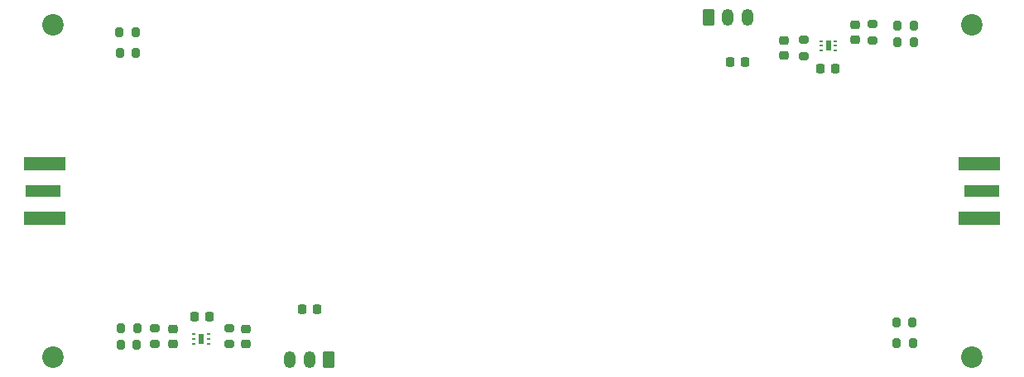
<source format=gbr>
%TF.GenerationSoftware,KiCad,Pcbnew,(6.0.1)*%
%TF.CreationDate,2022-02-11T17:03:31+00:00*%
%TF.ProjectId,Coupler,436f7570-6c65-4722-9e6b-696361645f70,rev?*%
%TF.SameCoordinates,Original*%
%TF.FileFunction,Soldermask,Top*%
%TF.FilePolarity,Negative*%
%FSLAX46Y46*%
G04 Gerber Fmt 4.6, Leading zero omitted, Abs format (unit mm)*
G04 Created by KiCad (PCBNEW (6.0.1)) date 2022-02-11 17:03:31*
%MOMM*%
%LPD*%
G01*
G04 APERTURE LIST*
G04 Aperture macros list*
%AMRoundRect*
0 Rectangle with rounded corners*
0 $1 Rounding radius*
0 $2 $3 $4 $5 $6 $7 $8 $9 X,Y pos of 4 corners*
0 Add a 4 corners polygon primitive as box body*
4,1,4,$2,$3,$4,$5,$6,$7,$8,$9,$2,$3,0*
0 Add four circle primitives for the rounded corners*
1,1,$1+$1,$2,$3*
1,1,$1+$1,$4,$5*
1,1,$1+$1,$6,$7*
1,1,$1+$1,$8,$9*
0 Add four rect primitives between the rounded corners*
20,1,$1+$1,$2,$3,$4,$5,0*
20,1,$1+$1,$4,$5,$6,$7,0*
20,1,$1+$1,$6,$7,$8,$9,0*
20,1,$1+$1,$8,$9,$2,$3,0*%
G04 Aperture macros list end*
%ADD10RoundRect,0.225000X-0.250000X0.225000X-0.250000X-0.225000X0.250000X-0.225000X0.250000X0.225000X0*%
%ADD11RoundRect,0.200000X0.200000X0.275000X-0.200000X0.275000X-0.200000X-0.275000X0.200000X-0.275000X0*%
%ADD12RoundRect,0.200000X-0.275000X0.200000X-0.275000X-0.200000X0.275000X-0.200000X0.275000X0.200000X0*%
%ADD13RoundRect,0.200000X-0.200000X-0.275000X0.200000X-0.275000X0.200000X0.275000X-0.200000X0.275000X0*%
%ADD14RoundRect,0.250000X0.350000X0.625000X-0.350000X0.625000X-0.350000X-0.625000X0.350000X-0.625000X0*%
%ADD15O,1.200000X1.750000*%
%ADD16C,2.200000*%
%ADD17RoundRect,0.050000X0.150000X0.050000X-0.150000X0.050000X-0.150000X-0.050000X0.150000X-0.050000X0*%
%ADD18R,0.600000X1.100000*%
%ADD19RoundRect,0.225000X0.225000X0.250000X-0.225000X0.250000X-0.225000X-0.250000X0.225000X-0.250000X0*%
%ADD20RoundRect,0.225000X-0.225000X-0.250000X0.225000X-0.250000X0.225000X0.250000X-0.225000X0.250000X0*%
%ADD21RoundRect,0.250000X-0.350000X-0.625000X0.350000X-0.625000X0.350000X0.625000X-0.350000X0.625000X0*%
%ADD22R,3.600000X1.270000*%
%ADD23R,4.200000X1.350000*%
%ADD24RoundRect,0.050000X-0.150000X-0.050000X0.150000X-0.050000X0.150000X0.050000X-0.150000X0.050000X0*%
%ADD25RoundRect,0.200000X0.275000X-0.200000X0.275000X0.200000X-0.275000X0.200000X-0.275000X-0.200000X0*%
%ADD26RoundRect,0.225000X0.250000X-0.225000X0.250000X0.225000X-0.250000X0.225000X-0.250000X-0.225000X0*%
G04 APERTURE END LIST*
D10*
%TO.C,C6*%
X177749200Y-104584200D03*
X177749200Y-106134200D03*
%TD*%
D11*
%TO.C,R7*%
X111619800Y-134061200D03*
X109969800Y-134061200D03*
%TD*%
D12*
%TO.C,R12*%
X179781200Y-104534200D03*
X179781200Y-106184200D03*
%TD*%
D13*
%TO.C,R8*%
X189421000Y-103022400D03*
X191071000Y-103022400D03*
%TD*%
%TO.C,R5*%
X109956600Y-135712200D03*
X111606600Y-135712200D03*
%TD*%
D14*
%TO.C,J3*%
X131235200Y-137252800D03*
D15*
X129235200Y-137252800D03*
X127235200Y-137252800D03*
%TD*%
D16*
%TO.C,H2*%
X197000000Y-103000000D03*
%TD*%
D17*
%TO.C,U2*%
X183071200Y-105630600D03*
X183071200Y-105130600D03*
X183071200Y-104630600D03*
X181571200Y-104630600D03*
X181571200Y-105130600D03*
X181571200Y-105630600D03*
D18*
X182321200Y-105130600D03*
%TD*%
D12*
%TO.C,R10*%
X186867800Y-102934000D03*
X186867800Y-104584000D03*
%TD*%
D16*
%TO.C,H4*%
X197000000Y-137000000D03*
%TD*%
D19*
%TO.C,C3*%
X119062800Y-132892800D03*
X117512800Y-132892800D03*
%TD*%
D20*
%TO.C,C8*%
X128511000Y-132130800D03*
X130061000Y-132130800D03*
%TD*%
D21*
%TO.C,J4*%
X170059600Y-102243800D03*
D15*
X172059600Y-102243800D03*
X174059600Y-102243800D03*
%TD*%
D11*
%TO.C,R1*%
X190944000Y-133477000D03*
X189294000Y-133477000D03*
%TD*%
D22*
%TO.C,J1*%
X102000000Y-120000000D03*
D23*
X102200000Y-117175000D03*
X102200000Y-122825000D03*
%TD*%
D16*
%TO.C,H1*%
X103000000Y-103000000D03*
%TD*%
D11*
%TO.C,R6*%
X191071000Y-104724200D03*
X189421000Y-104724200D03*
%TD*%
D22*
%TO.C,J2*%
X198000000Y-120000000D03*
D23*
X197800000Y-117175000D03*
X197800000Y-122825000D03*
%TD*%
D13*
%TO.C,R4*%
X109868200Y-105892600D03*
X111518200Y-105892600D03*
%TD*%
D24*
%TO.C,U1*%
X117436200Y-134653400D03*
X117436200Y-135153400D03*
X117436200Y-135653400D03*
X118936200Y-135653400D03*
X118936200Y-135153400D03*
X118936200Y-134653400D03*
D18*
X118186200Y-135153400D03*
%TD*%
D16*
%TO.C,H3*%
X103000000Y-137000000D03*
%TD*%
D12*
%TO.C,R9*%
X113461800Y-134023600D03*
X113461800Y-135673600D03*
%TD*%
D20*
%TO.C,C4*%
X181495400Y-107442000D03*
X183045400Y-107442000D03*
%TD*%
D11*
%TO.C,R2*%
X190969400Y-135610600D03*
X189319400Y-135610600D03*
%TD*%
D20*
%TO.C,C7*%
X172275200Y-106756200D03*
X173825200Y-106756200D03*
%TD*%
D10*
%TO.C,C1*%
X115290600Y-134137400D03*
X115290600Y-135687400D03*
%TD*%
D25*
%TO.C,R11*%
X121056400Y-135673600D03*
X121056400Y-134023600D03*
%TD*%
D10*
%TO.C,C2*%
X185039000Y-102984000D03*
X185039000Y-104534000D03*
%TD*%
D26*
%TO.C,C5*%
X122783600Y-135649000D03*
X122783600Y-134099000D03*
%TD*%
D13*
%TO.C,R3*%
X109817400Y-103759000D03*
X111467400Y-103759000D03*
%TD*%
M02*

</source>
